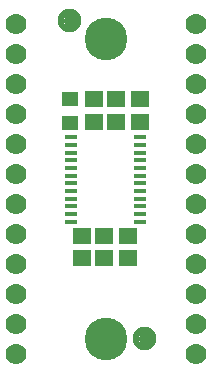
<source format=gbr>
G04 EAGLE Gerber RS-274X export*
G75*
%MOMM*%
%FSLAX34Y34*%
%LPD*%
%INSoldermask Top*%
%IPPOS*%
%AMOC8*
5,1,8,0,0,1.08239X$1,22.5*%
G01*
%ADD10R,1.092200X0.406400*%
%ADD11R,1.601600X1.401600*%
%ADD12C,1.101600*%
%ADD13C,0.500000*%
%ADD14C,3.617600*%
%ADD15C,1.778000*%
%ADD16R,1.401600X1.301600*%


D10*
X59722Y195770D03*
X59722Y189270D03*
X59722Y182770D03*
X59722Y176270D03*
X59722Y169770D03*
X59722Y163270D03*
X59722Y156770D03*
X59722Y150270D03*
X59722Y143770D03*
X59722Y137270D03*
X118078Y137270D03*
X118078Y143770D03*
X118078Y150270D03*
X118078Y156770D03*
X118078Y163270D03*
X118078Y169770D03*
X118078Y176270D03*
X118078Y182770D03*
X118078Y189270D03*
X118078Y195770D03*
X59722Y130770D03*
X118078Y130770D03*
X59722Y124270D03*
X118078Y124270D03*
D11*
X118110Y227940D03*
X118110Y208940D03*
X97790Y208940D03*
X97790Y227940D03*
X78740Y227940D03*
X78740Y208940D03*
D12*
X58420Y294640D03*
D13*
X58420Y302140D02*
X58239Y302138D01*
X58058Y302131D01*
X57877Y302120D01*
X57696Y302105D01*
X57516Y302085D01*
X57336Y302061D01*
X57157Y302033D01*
X56979Y302000D01*
X56802Y301963D01*
X56625Y301922D01*
X56450Y301877D01*
X56275Y301827D01*
X56102Y301773D01*
X55931Y301715D01*
X55760Y301653D01*
X55592Y301586D01*
X55425Y301516D01*
X55259Y301442D01*
X55096Y301363D01*
X54935Y301281D01*
X54775Y301195D01*
X54618Y301105D01*
X54463Y301011D01*
X54310Y300914D01*
X54160Y300812D01*
X54012Y300708D01*
X53866Y300599D01*
X53724Y300488D01*
X53584Y300372D01*
X53447Y300254D01*
X53312Y300132D01*
X53181Y300007D01*
X53053Y299879D01*
X52928Y299748D01*
X52806Y299613D01*
X52688Y299476D01*
X52572Y299336D01*
X52461Y299194D01*
X52352Y299048D01*
X52248Y298900D01*
X52146Y298750D01*
X52049Y298597D01*
X51955Y298442D01*
X51865Y298285D01*
X51779Y298125D01*
X51697Y297964D01*
X51618Y297801D01*
X51544Y297635D01*
X51474Y297468D01*
X51407Y297300D01*
X51345Y297129D01*
X51287Y296958D01*
X51233Y296785D01*
X51183Y296610D01*
X51138Y296435D01*
X51097Y296258D01*
X51060Y296081D01*
X51027Y295903D01*
X50999Y295724D01*
X50975Y295544D01*
X50955Y295364D01*
X50940Y295183D01*
X50929Y295002D01*
X50922Y294821D01*
X50920Y294640D01*
X58420Y302140D02*
X58601Y302138D01*
X58782Y302131D01*
X58963Y302120D01*
X59144Y302105D01*
X59324Y302085D01*
X59504Y302061D01*
X59683Y302033D01*
X59861Y302000D01*
X60038Y301963D01*
X60215Y301922D01*
X60390Y301877D01*
X60565Y301827D01*
X60738Y301773D01*
X60909Y301715D01*
X61080Y301653D01*
X61248Y301586D01*
X61415Y301516D01*
X61581Y301442D01*
X61744Y301363D01*
X61905Y301281D01*
X62065Y301195D01*
X62222Y301105D01*
X62377Y301011D01*
X62530Y300914D01*
X62680Y300812D01*
X62828Y300708D01*
X62974Y300599D01*
X63116Y300488D01*
X63256Y300372D01*
X63393Y300254D01*
X63528Y300132D01*
X63659Y300007D01*
X63787Y299879D01*
X63912Y299748D01*
X64034Y299613D01*
X64152Y299476D01*
X64268Y299336D01*
X64379Y299194D01*
X64488Y299048D01*
X64592Y298900D01*
X64694Y298750D01*
X64791Y298597D01*
X64885Y298442D01*
X64975Y298285D01*
X65061Y298125D01*
X65143Y297964D01*
X65222Y297801D01*
X65296Y297635D01*
X65366Y297468D01*
X65433Y297300D01*
X65495Y297129D01*
X65553Y296958D01*
X65607Y296785D01*
X65657Y296610D01*
X65702Y296435D01*
X65743Y296258D01*
X65780Y296081D01*
X65813Y295903D01*
X65841Y295724D01*
X65865Y295544D01*
X65885Y295364D01*
X65900Y295183D01*
X65911Y295002D01*
X65918Y294821D01*
X65920Y294640D01*
X65918Y294459D01*
X65911Y294278D01*
X65900Y294097D01*
X65885Y293916D01*
X65865Y293736D01*
X65841Y293556D01*
X65813Y293377D01*
X65780Y293199D01*
X65743Y293022D01*
X65702Y292845D01*
X65657Y292670D01*
X65607Y292495D01*
X65553Y292322D01*
X65495Y292151D01*
X65433Y291980D01*
X65366Y291812D01*
X65296Y291645D01*
X65222Y291479D01*
X65143Y291316D01*
X65061Y291155D01*
X64975Y290995D01*
X64885Y290838D01*
X64791Y290683D01*
X64694Y290530D01*
X64592Y290380D01*
X64488Y290232D01*
X64379Y290086D01*
X64268Y289944D01*
X64152Y289804D01*
X64034Y289667D01*
X63912Y289532D01*
X63787Y289401D01*
X63659Y289273D01*
X63528Y289148D01*
X63393Y289026D01*
X63256Y288908D01*
X63116Y288792D01*
X62974Y288681D01*
X62828Y288572D01*
X62680Y288468D01*
X62530Y288366D01*
X62377Y288269D01*
X62222Y288175D01*
X62065Y288085D01*
X61905Y287999D01*
X61744Y287917D01*
X61581Y287838D01*
X61415Y287764D01*
X61248Y287694D01*
X61080Y287627D01*
X60909Y287565D01*
X60738Y287507D01*
X60565Y287453D01*
X60390Y287403D01*
X60215Y287358D01*
X60038Y287317D01*
X59861Y287280D01*
X59683Y287247D01*
X59504Y287219D01*
X59324Y287195D01*
X59144Y287175D01*
X58963Y287160D01*
X58782Y287149D01*
X58601Y287142D01*
X58420Y287140D01*
X58239Y287142D01*
X58058Y287149D01*
X57877Y287160D01*
X57696Y287175D01*
X57516Y287195D01*
X57336Y287219D01*
X57157Y287247D01*
X56979Y287280D01*
X56802Y287317D01*
X56625Y287358D01*
X56450Y287403D01*
X56275Y287453D01*
X56102Y287507D01*
X55931Y287565D01*
X55760Y287627D01*
X55592Y287694D01*
X55425Y287764D01*
X55259Y287838D01*
X55096Y287917D01*
X54935Y287999D01*
X54775Y288085D01*
X54618Y288175D01*
X54463Y288269D01*
X54310Y288366D01*
X54160Y288468D01*
X54012Y288572D01*
X53866Y288681D01*
X53724Y288792D01*
X53584Y288908D01*
X53447Y289026D01*
X53312Y289148D01*
X53181Y289273D01*
X53053Y289401D01*
X52928Y289532D01*
X52806Y289667D01*
X52688Y289804D01*
X52572Y289944D01*
X52461Y290086D01*
X52352Y290232D01*
X52248Y290380D01*
X52146Y290530D01*
X52049Y290683D01*
X51955Y290838D01*
X51865Y290995D01*
X51779Y291155D01*
X51697Y291316D01*
X51618Y291479D01*
X51544Y291645D01*
X51474Y291812D01*
X51407Y291980D01*
X51345Y292151D01*
X51287Y292322D01*
X51233Y292495D01*
X51183Y292670D01*
X51138Y292845D01*
X51097Y293022D01*
X51060Y293199D01*
X51027Y293377D01*
X50999Y293556D01*
X50975Y293736D01*
X50955Y293916D01*
X50940Y294097D01*
X50929Y294278D01*
X50922Y294459D01*
X50920Y294640D01*
D12*
X121920Y25400D03*
D13*
X121920Y32900D02*
X121739Y32898D01*
X121558Y32891D01*
X121377Y32880D01*
X121196Y32865D01*
X121016Y32845D01*
X120836Y32821D01*
X120657Y32793D01*
X120479Y32760D01*
X120302Y32723D01*
X120125Y32682D01*
X119950Y32637D01*
X119775Y32587D01*
X119602Y32533D01*
X119431Y32475D01*
X119260Y32413D01*
X119092Y32346D01*
X118925Y32276D01*
X118759Y32202D01*
X118596Y32123D01*
X118435Y32041D01*
X118275Y31955D01*
X118118Y31865D01*
X117963Y31771D01*
X117810Y31674D01*
X117660Y31572D01*
X117512Y31468D01*
X117366Y31359D01*
X117224Y31248D01*
X117084Y31132D01*
X116947Y31014D01*
X116812Y30892D01*
X116681Y30767D01*
X116553Y30639D01*
X116428Y30508D01*
X116306Y30373D01*
X116188Y30236D01*
X116072Y30096D01*
X115961Y29954D01*
X115852Y29808D01*
X115748Y29660D01*
X115646Y29510D01*
X115549Y29357D01*
X115455Y29202D01*
X115365Y29045D01*
X115279Y28885D01*
X115197Y28724D01*
X115118Y28561D01*
X115044Y28395D01*
X114974Y28228D01*
X114907Y28060D01*
X114845Y27889D01*
X114787Y27718D01*
X114733Y27545D01*
X114683Y27370D01*
X114638Y27195D01*
X114597Y27018D01*
X114560Y26841D01*
X114527Y26663D01*
X114499Y26484D01*
X114475Y26304D01*
X114455Y26124D01*
X114440Y25943D01*
X114429Y25762D01*
X114422Y25581D01*
X114420Y25400D01*
X121920Y32900D02*
X122101Y32898D01*
X122282Y32891D01*
X122463Y32880D01*
X122644Y32865D01*
X122824Y32845D01*
X123004Y32821D01*
X123183Y32793D01*
X123361Y32760D01*
X123538Y32723D01*
X123715Y32682D01*
X123890Y32637D01*
X124065Y32587D01*
X124238Y32533D01*
X124409Y32475D01*
X124580Y32413D01*
X124748Y32346D01*
X124915Y32276D01*
X125081Y32202D01*
X125244Y32123D01*
X125405Y32041D01*
X125565Y31955D01*
X125722Y31865D01*
X125877Y31771D01*
X126030Y31674D01*
X126180Y31572D01*
X126328Y31468D01*
X126474Y31359D01*
X126616Y31248D01*
X126756Y31132D01*
X126893Y31014D01*
X127028Y30892D01*
X127159Y30767D01*
X127287Y30639D01*
X127412Y30508D01*
X127534Y30373D01*
X127652Y30236D01*
X127768Y30096D01*
X127879Y29954D01*
X127988Y29808D01*
X128092Y29660D01*
X128194Y29510D01*
X128291Y29357D01*
X128385Y29202D01*
X128475Y29045D01*
X128561Y28885D01*
X128643Y28724D01*
X128722Y28561D01*
X128796Y28395D01*
X128866Y28228D01*
X128933Y28060D01*
X128995Y27889D01*
X129053Y27718D01*
X129107Y27545D01*
X129157Y27370D01*
X129202Y27195D01*
X129243Y27018D01*
X129280Y26841D01*
X129313Y26663D01*
X129341Y26484D01*
X129365Y26304D01*
X129385Y26124D01*
X129400Y25943D01*
X129411Y25762D01*
X129418Y25581D01*
X129420Y25400D01*
X129418Y25219D01*
X129411Y25038D01*
X129400Y24857D01*
X129385Y24676D01*
X129365Y24496D01*
X129341Y24316D01*
X129313Y24137D01*
X129280Y23959D01*
X129243Y23782D01*
X129202Y23605D01*
X129157Y23430D01*
X129107Y23255D01*
X129053Y23082D01*
X128995Y22911D01*
X128933Y22740D01*
X128866Y22572D01*
X128796Y22405D01*
X128722Y22239D01*
X128643Y22076D01*
X128561Y21915D01*
X128475Y21755D01*
X128385Y21598D01*
X128291Y21443D01*
X128194Y21290D01*
X128092Y21140D01*
X127988Y20992D01*
X127879Y20846D01*
X127768Y20704D01*
X127652Y20564D01*
X127534Y20427D01*
X127412Y20292D01*
X127287Y20161D01*
X127159Y20033D01*
X127028Y19908D01*
X126893Y19786D01*
X126756Y19668D01*
X126616Y19552D01*
X126474Y19441D01*
X126328Y19332D01*
X126180Y19228D01*
X126030Y19126D01*
X125877Y19029D01*
X125722Y18935D01*
X125565Y18845D01*
X125405Y18759D01*
X125244Y18677D01*
X125081Y18598D01*
X124915Y18524D01*
X124748Y18454D01*
X124580Y18387D01*
X124409Y18325D01*
X124238Y18267D01*
X124065Y18213D01*
X123890Y18163D01*
X123715Y18118D01*
X123538Y18077D01*
X123361Y18040D01*
X123183Y18007D01*
X123004Y17979D01*
X122824Y17955D01*
X122644Y17935D01*
X122463Y17920D01*
X122282Y17909D01*
X122101Y17902D01*
X121920Y17900D01*
X121739Y17902D01*
X121558Y17909D01*
X121377Y17920D01*
X121196Y17935D01*
X121016Y17955D01*
X120836Y17979D01*
X120657Y18007D01*
X120479Y18040D01*
X120302Y18077D01*
X120125Y18118D01*
X119950Y18163D01*
X119775Y18213D01*
X119602Y18267D01*
X119431Y18325D01*
X119260Y18387D01*
X119092Y18454D01*
X118925Y18524D01*
X118759Y18598D01*
X118596Y18677D01*
X118435Y18759D01*
X118275Y18845D01*
X118118Y18935D01*
X117963Y19029D01*
X117810Y19126D01*
X117660Y19228D01*
X117512Y19332D01*
X117366Y19441D01*
X117224Y19552D01*
X117084Y19668D01*
X116947Y19786D01*
X116812Y19908D01*
X116681Y20033D01*
X116553Y20161D01*
X116428Y20292D01*
X116306Y20427D01*
X116188Y20564D01*
X116072Y20704D01*
X115961Y20846D01*
X115852Y20992D01*
X115748Y21140D01*
X115646Y21290D01*
X115549Y21443D01*
X115455Y21598D01*
X115365Y21755D01*
X115279Y21915D01*
X115197Y22076D01*
X115118Y22239D01*
X115044Y22405D01*
X114974Y22572D01*
X114907Y22740D01*
X114845Y22911D01*
X114787Y23082D01*
X114733Y23255D01*
X114683Y23430D01*
X114638Y23605D01*
X114597Y23782D01*
X114560Y23959D01*
X114527Y24137D01*
X114499Y24316D01*
X114475Y24496D01*
X114455Y24676D01*
X114440Y24857D01*
X114429Y25038D01*
X114422Y25219D01*
X114420Y25400D01*
D14*
X88900Y25400D03*
X88900Y279400D03*
D15*
X12700Y292100D03*
X12700Y266700D03*
X12700Y241300D03*
X12700Y215900D03*
X12700Y190500D03*
X12700Y165100D03*
X12700Y139700D03*
X12700Y114300D03*
X12700Y88900D03*
X12700Y63500D03*
X12700Y38100D03*
X12700Y12700D03*
D11*
X107950Y112370D03*
X107950Y93370D03*
X87630Y93370D03*
X87630Y112370D03*
X68580Y93370D03*
X68580Y112370D03*
D15*
X165100Y12700D03*
X165100Y38100D03*
X165100Y63500D03*
X165100Y88900D03*
X165100Y114300D03*
X165100Y139700D03*
X165100Y165100D03*
X165100Y190500D03*
X165100Y215900D03*
X165100Y241300D03*
X165100Y266700D03*
X165100Y292100D03*
D16*
X58420Y208280D03*
X58420Y228600D03*
M02*

</source>
